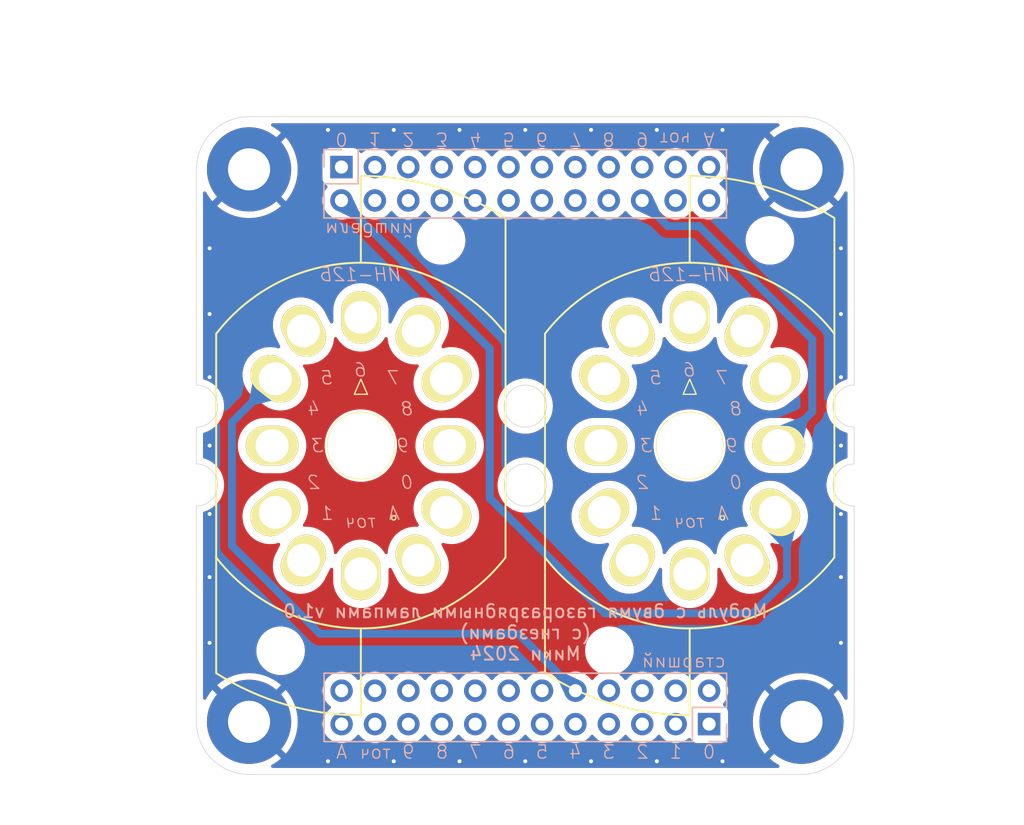
<source format=kicad_pcb>
(kicad_pcb (version 20240108) (generator "pcbnew") (generator_version "8.0")
  (title_block (date "2025-01-01") (rev "1.0") (company "by Miki"))
  (layers (0 "F.Cu" mixed) (1 "In1.Cu" mixed) (2 "In2.Cu" mixed) (3 "In3.Cu" mixed) (4 "In4.Cu" mixed) (31 "B.Cu" mixed) (34 "B.Paste" user) (35 "F.Paste" user) (36 "B.SilkS" user "B.Silkscreen") (37 "F.SilkS" user "F.Silkscreen") (38 "B.Mask" user) (39 "F.Mask" user) (44 "Edge.Cuts" user))
  (net 0 "")
  (net 1 "GND")
  (net 2 "Net-(J1-Pin_10)")
  (net 3 "Net-(J2-Pin_10)")
  (net 6 "Net-(J1-Pin_18)")
  (net 9 "Net-(J1-Pin_20)")
  (net 11 "Net-(J1-Pin_2)")
  (net 12 "Net-(J1-Pin_22)")
  (net 13 "Net-(J1-Pin_12)")
  (net 14 "Net-(J1-Pin_6)")
  (net 15 "Net-(J1-Pin_4)")
  (net 17 "Net-(J1-Pin_14)")
  (net 20 "Net-(J1-Pin_24)")
  (net 22 "Net-(J1-Pin_8)")
  (net 23 "Net-(J1-Pin_16)")
  (net 29 "Net-(J2-Pin_14)")
  (net 30 "Net-(J2-Pin_6)")
  (net 31 "Net-(J2-Pin_18)")
  (net 34 "Net-(J2-Pin_4)")
  (net 36 "Net-(J2-Pin_20)")
  (net 38 "Net-(J2-Pin_8)")
  (net 39 "Net-(J2-Pin_16)")
  (net 40 "Net-(J2-Pin_12)")
  (net 45 "Net-(J2-Pin_22)")
  (net 46 "Net-(J2-Pin_24)")
  (net 48 "Net-(J2-Pin_2)")
  (footprint "MountingHole:MountingHole_3.2mm_M3_Pad" (layer "F.Cu") (at 54 96)
    (property "Reference" "H2" (hide yes))
    (property "Value" "MountingHole_Pad" (hide yes))
    (pad "1" thru_hole circle (at 0 0) (size 6.4 6.4) (drill 3.2) (layers "*.Cu" "*.Mask") (net 1 "GND"))
  )
  (footprint "" (layer "F.Cu") (at 62.5 75)
    (property "Reference" "" (at 0 0 0) (layer "F.SilkS") (effects (font (size 1.27 1.27))))
    (property "Value" "")
    (pad "" np_thru_hole circle (at 0 0) (size 4.99872 4.99872) (drill 4.99872) (layers "*.Cu" "*.Mask"))
  )
  (footprint "MountingHole:MountingHole_3.2mm_M3_Pad" (layer "F.Cu") (at 96 54)
    (property "Reference" "H4" (hide yes))
    (property "Value" "MountingHole_Pad" (hide yes))
    (pad "1" thru_hole circle (at 0 0) (size 6.4 6.4) (drill 3.2) (layers "*.Cu" "*.Mask") (net 1 "GND"))
  )
  (footprint "" (layer "F.Cu") (at 87.5 75)
    (property "Reference" "" (at 0 0 0) (layer "F.SilkS") (effects (font (size 1.27 1.27))))
    (property "Value" "")
    (pad "" np_thru_hole circle (at 0 0) (size 4.99872 4.99872) (drill 4.99872) (layers "*.Cu" "*.Mask"))
  )
  (footprint "nixie_driver_dren:IN_12B_Socket" (layer "F.Cu") (at 62.5 75)
    (property "Reference" "NX2" (hide yes))
    (property "Value" "IN-12BIN-12-DSUB")
    (fp_line (start -11 0) (end -11 -8.5) (stroke (width 0.15)) (layer "F.SilkS"))
    (fp_line (start -11 0) (end -11 8.5) (stroke (width 0.15)) (layer "F.SilkS"))
    (fp_line (start -11 17.3) (end -11 8.5) (stroke (width 0.15)) (layer "F.SilkS"))
    (fp_line (start 0 -20.5) (end 0 -14) (stroke (width 0.15)) (layer "F.SilkS"))
    (fp_line (start 0 20.5) (end 0 14) (stroke (width 0.15)) (layer "F.SilkS"))
    (fp_line (start 11 -17.3) (end 11 -8.5) (stroke (width 0.15)) (layer "F.SilkS"))
    (fp_line (start 11 0) (end 11 -8.5) (stroke (width 0.15)) (layer "F.SilkS"))
    (fp_line (start 11 0) (end 11 8.5) (stroke (width 0.15)) (layer "F.SilkS"))
    (fp_arc (start -11 -8.5) (mid 0.010734 -13.901435) (end 11.013113 -8.483003) (stroke (width 0.15)) (layer "F.SilkS"))
    (fp_arc (start 0 -20.5) (mid 5.684951 -19.695973) (end 10.923964 -17.34696) (stroke (width 0.15)) (layer "F.SilkS"))
    (fp_arc (start 0 20.5) (mid -5.702136 19.691004) (end -10.954223 17.327868) (stroke (width 0.15)) (layer "F.SilkS"))
    (fp_arc (start 11 8.5) (mid -0.010734 13.901435) (end -11.013113 8.483003) (stroke (width 0.15)) (layer "F.SilkS"))
    (fp_circle (center 0 0) (end 2.5 0) (stroke (width 0.15)) (fill none) (layer "F.SilkS"))
    (pad "" np_thru_hole circle (at -6.1 15.6) (size 3.2 3.2) (drill 3.2) (layers "F&B.Cu" "*.Mask"))
    (pad "" np_thru_hole circle (at 6.1 -15.6) (size 3.2 3.2) (drill 3.2) (layers "F&B.Cu" "*.Mask"))
    (pad "1" thru_hole oval (at 4.36565 8.718 206.6) (size 3 4) (drill 2.5) (layers "*.Cu" "*.Mask" "F.SilkS") (net 46 "Net-(J2-Pin_24)"))
    (pad "2" thru_hole oval (at 6.50109 5.07921 232) (size 3 4) (drill 2.5) (layers "*.Cu" "*.Mask" "F.SilkS") (net 48 "Net-(J2-Pin_2)"))
    (pad "3" thru_hole oval (at 6.75 0 270) (size 3 4) (drill 2.5) (layers "*.Cu" "*.Mask" "F.SilkS") (net 36 "Net-(J2-Pin_20)"))
    (pad "4" thru_hole oval (at 6.50109 -5.07921 308) (size 3 4) (drill 2.5) (layers "*.Cu" "*.Mask" "F.SilkS") (net 31 "Net-(J2-Pin_18)"))
    (pad "5" thru_hole oval (at 4.36565 -8.718 333.4) (size 3 4) (drill 2.5) (layers "*.Cu" "*.Mask" "F.SilkS") (net 39 "Net-(J2-Pin_16)"))
    (pad "6" thru_hole oval (at 0 -9.75 180) (size 3 4) (drill 2.5) (layers "*.Cu" "*.Mask" "F.SilkS") (net 29 "Net-(J2-Pin_14)"))
    (pad "7" thru_hole oval (at -4.36565 -8.718 26.6) (size 3 4) (drill 2.5) (layers "*.Cu" "*.Mask" "F.SilkS") (net 40 "Net-(J2-Pin_12)"))
    (pad "8" thru_hole oval (at -6.50109 -5.07921 52) (size 3 4) (drill 2.5) (layers "*.Cu" "*.Mask" "F.SilkS") (net 3 "Net-(J2-Pin_10)"))
    (pad "9" thru_hole oval (at -6.75 0 90) (size 3 4) (drill 2.5) (layers "*.Cu" "*.Mask" "F.SilkS") (net 38 "Net-(J2-Pin_8)"))
    (pad "10" thru_hole oval (at -6.50109 5.07921 128) (size 3 4) (drill 2.5) (layers "*.Cu" "*.Mask" "F.SilkS") (net 30 "Net-(J2-Pin_6)"))
    (pad "11" thru_hole oval (at -4.36565 8.718 153.399) (size 3 4) (drill 2.5) (layers "*.Cu" "*.Mask" "F.SilkS") (net 34 "Net-(J2-Pin_4)"))
    (pad "12" thru_hole oval (at 0 9.75 180) (size 3 4) (drill 2.5) (layers "*.Cu" "*.Mask" "F.SilkS") (net 45 "Net-(J2-Pin_22)"))
  )
  (footprint "MountingHole:MountingHole_3.2mm_M3_Pad" (layer "F.Cu") (at 54 54)
    (property "Reference" "H1" (hide yes))
    (property "Value" "MountingHole_Pad" (hide yes))
    (pad "1" thru_hole circle (at 0 0) (size 6.4 6.4) (drill 3.2) (layers "*.Cu" "*.Mask") (net 1 "GND"))
  )
  (footprint "nixie_driver_dren:IN_12B_Socket" (layer "F.Cu") (at 87.5 75)
    (property "Reference" "NX1" (hide yes))
    (property "Value" "IN-12BIN-12-DSUB")
    (fp_line (start -11 0) (end -11 -8.5) (stroke (width 0.15)) (layer "F.SilkS"))
    (fp_line (start -11 0) (end -11 8.5) (stroke (width 0.15)) (layer "F.SilkS"))
    (fp_line (start -11 17.3) (end -11 8.5) (stroke (width 0.15)) (layer "F.SilkS"))
    (fp_line (start 0 -20.5) (end 0 -14) (stroke (width 0.15)) (layer "F.SilkS"))
    (fp_line (start 0 20.5) (end 0 14) (stroke (width 0.15)) (layer "F.SilkS"))
    (fp_line (start 11 -17.3) (end 11 -8.5) (stroke (width 0.15)) (layer "F.SilkS"))
    (fp_line (start 11 0) (end 11 -8.5) (stroke (width 0.15)) (layer "F.SilkS"))
    (fp_line (start 11 0) (end 11 8.5) (stroke (width 0.15)) (layer "F.SilkS"))
    (fp_arc (start -11 -8.5) (mid 0.010734 -13.901435) (end 11.013113 -8.483003) (stroke (width 0.15)) (layer "F.SilkS"))
    (fp_arc (start 0 -20.5) (mid 5.684951 -19.695973) (end 10.923964 -17.34696) (stroke (width 0.15)) (layer "F.SilkS"))
    (fp_arc (start 0 20.5) (mid -5.702136 19.691004) (end -10.954223 17.327868) (stroke (width 0.15)) (layer "F.SilkS"))
    (fp_arc (start 11 8.5) (mid -0.010734 13.901435) (end -11.013113 8.483003) (stroke (width 0.15)) (layer "F.SilkS"))
    (fp_circle (center 0 0) (end 2.5 0) (stroke (width 0.15)) (fill none) (layer "F.SilkS"))
    (pad "" np_thru_hole circle (at -6.1 15.6) (size 3.2 3.2) (drill 3.2) (layers "F&B.Cu" "*.Mask"))
    (pad "" np_thru_hole circle (at 6.1 -15.6) (size 3.2 3.2) (drill 3.2) (layers "F&B.Cu" "*.Mask"))
    (pad "1" thru_hole oval (at 4.36565 8.718 206.6) (size 3 4) (drill 2.5) (layers "*.Cu" "*.Mask" "F.SilkS") (net 20 "Net-(J1-Pin_24)"))
    (pad "2" thru_hole oval (at 6.50109 5.07921 232) (size 3 4) (drill 2.5) (layers "*.Cu" "*.Mask" "F.SilkS") (net 11 "Net-(J1-Pin_2)"))
    (pad "3" thru_hole oval (at 6.75 0 270) (size 3 4) (drill 2.5) (layers "*.Cu" "*.Mask" "F.SilkS") (net 9 "Net-(J1-Pin_20)"))
    (pad "4" thru_hole oval (at 6.50109 -5.07921 308) (size 3 4) (drill 2.5) (layers "*.Cu" "*.Mask" "F.SilkS") (net 6 "Net-(J1-Pin_18)"))
    (pad "5" thru_hole oval (at 4.36565 -8.718 333.4) (size 3 4) (drill 2.5) (layers "*.Cu" "*.Mask" "F.SilkS") (net 23 "Net-(J1-Pin_16)"))
    (pad "6" thru_hole oval (at 0 -9.75 180) (size 3 4) (drill 2.5) (layers "*.Cu" "*.Mask" "F.SilkS") (net 17 "Net-(J1-Pin_14)"))
    (pad "7" thru_hole oval (at -4.36565 -8.718 26.6) (size 3 4) (drill 2.5) (layers "*.Cu" "*.Mask" "F.SilkS") (net 13 "Net-(J1-Pin_12)"))
    (pad "8" thru_hole oval (at -6.50109 -5.07921 52) (size 3 4) (drill 2.5) (layers "*.Cu" "*.Mask" "F.SilkS") (net 2 "Net-(J1-Pin_10)"))
    (pad "9" thru_hole oval (at -6.75 0 90) (size 3 4) (drill 2.5) (layers "*.Cu" "*.Mask" "F.SilkS") (net 22 "Net-(J1-Pin_8)"))
    (pad "10" thru_hole oval (at -6.50109 5.07921 128) (size 3 4) (drill 2.5) (layers "*.Cu" "*.Mask" "F.SilkS") (net 14 "Net-(J1-Pin_6)"))
    (pad "11" thru_hole oval (at -4.36565 8.718 153.399) (size 3 4) (drill 2.5) (layers "*.Cu" "*.Mask" "F.SilkS") (net 15 "Net-(J1-Pin_4)"))
    (pad "12" thru_hole oval (at 0 9.75 180) (size 3 4) (drill 2.5) (layers "*.Cu" "*.Mask" "F.SilkS") (net 12 "Net-(J1-Pin_22)"))
  )
  (footprint "MountingHole:MountingHole_3.2mm_M3_Pad" (layer "F.Cu") (at 96 96)
    (property "Reference" "H3" (hide yes))
    (property "Value" "MountingHole_Pad" (hide yes))
    (pad "1" thru_hole circle (at 0 0) (size 6.4 6.4) (drill 3.2) (layers "*.Cu" "*.Mask") (net 1 "GND"))
  )
  (footprint "Connector_PinHeader_2.54mm:PinHeader_2x12_P2.54mm_Vertical" (layer "B.Cu") (at 88.975 96.175 90)
    (property "Reference" "J2" (hide yes))
    (property "Value" "TubeB")
    (fp_line (start 3.87 -29.27) (end -1.33 -29.27) (stroke (width 0.12)) (layer "B.SilkS"))
    (fp_line (start 3.87 -29.27) (end 3.87 1.33) (stroke (width 0.12)) (layer "B.SilkS"))
    (fp_line (start -1.33 -29.27) (end -1.33 -1.27) (stroke (width 0.12)) (layer "B.SilkS"))
    (fp_line (start 1.27 -1.27) (end -1.33 -1.27) (stroke (width 0.12)) (layer "B.SilkS"))
    (fp_line (start 3.87 1.33) (end 1.27 1.33) (stroke (width 0.12)) (layer "B.SilkS"))
    (fp_line (start 1.27 1.33) (end 1.27 -1.27) (stroke (width 0.12)) (layer "B.SilkS"))
    (fp_line (start 0 1.33) (end -1.33 1.33) (stroke (width 0.12)) (layer "B.SilkS"))
    (fp_line (start -1.33 1.33) (end -1.33 0) (stroke (width 0.12)) (layer "B.SilkS"))
    (pad "1" thru_hole rect (at 0 0 90) (size 1.7 1.7) (drill 1) (layers "*.Cu" "*.Mask"))
    (pad "2" thru_hole oval (at 2.54 0 90) (size 1.7 1.7) (drill 1) (layers "*.Cu" "*.Mask") (net 48 "Net-(J2-Pin_2)"))
    (pad "3" thru_hole oval (at 0 -2.54 90) (size 1.7 1.7) (drill 1) (layers "*.Cu" "*.Mask"))
    (pad "4" thru_hole oval (at 2.54 -2.54 90) (size 1.7 1.7) (drill 1) (layers "*.Cu" "*.Mask") (net 34 "Net-(J2-Pin_4)"))
    (pad "5" thru_hole oval (at 0 -5.08 90) (size 1.7 1.7) (drill 1) (layers "*.Cu" "*.Mask"))
    (pad "6" thru_hole oval (at 2.54 -5.08 90) (size 1.7 1.7) (drill 1) (layers "*.Cu" "*.Mask") (net 30 "Net-(J2-Pin_6)"))
    (pad "7" thru_hole oval (at 0 -7.62 90) (size 1.7 1.7) (drill 1) (layers "*.Cu" "*.Mask"))
    (pad "8" thru_hole oval (at 2.54 -7.62 90) (size 1.7 1.7) (drill 1) (layers "*.Cu" "*.Mask") (net 38 "Net-(J2-Pin_8)"))
    (pad "9" thru_hole oval (at 0 -10.16 90) (size 1.7 1.7) (drill 1) (layers "*.Cu" "*.Mask"))
    (pad "10" thru_hole oval (at 2.54 -10.16 90) (size 1.7 1.7) (drill 1) (layers "*.Cu" "*.Mask") (net 3 "Net-(J2-Pin_10)"))
    (pad "11" thru_hole oval (at 0 -12.7 90) (size 1.7 1.7) (drill 1) (layers "*.Cu" "*.Mask"))
    (pad "12" thru_hole oval (at 2.54 -12.7 90) (size 1.7 1.7) (drill 1) (layers "*.Cu" "*.Mask") (net 40 "Net-(J2-Pin_12)"))
    (pad "13" thru_hole oval (at 0 -15.24 90) (size 1.7 1.7) (drill 1) (layers "*.Cu" "*.Mask"))
    (pad "14" thru_hole oval (at 2.54 -15.24 90) (size 1.7 1.7) (drill 1) (layers "*.Cu" "*.Mask") (net 29 "Net-(J2-Pin_14)"))
    (pad "15" thru_hole oval (at 0 -17.78 90) (size 1.7 1.7) (drill 1) (layers "*.Cu" "*.Mask"))
    (pad "16" thru_hole oval (at 2.54 -17.78 90) (size 1.7 1.7) (drill 1) (layers "*.Cu" "*.Mask") (net 39 "Net-(J2-Pin_16)"))
    (pad "17" thru_hole oval (at 0 -20.32 90) (size 1.7 1.7) (drill 1) (layers "*.Cu" "*.Mask"))
    (pad "18" thru_hole oval (at 2.54 -20.32 90) (size 1.7 1.7) (drill 1) (layers "*.Cu" "*.Mask") (net 31 "Net-(J2-Pin_18)"))
    (pad "19" thru_hole oval (at 0 -22.86 90) (size 1.7 1.7) (drill 1) (layers "*.Cu" "*.Mask"))
    (pad "20" thru_hole oval (at 2.54 -22.86 90) (size 1.7 1.7) (drill 1) (layers "*.Cu" "*.Mask") (net 36 "Net-(J2-Pin_20)"))
    (pad "21" thru_hole oval (at 0 -25.4 90) (size 1.7 1.7) (drill 1) (layers "*.Cu" "*.Mask"))
    (pad "22" thru_hole oval (at 2.54 -25.4 90) (size 1.7 1.7) (drill 1) (layers "*.Cu" "*.Mask") (net 45 "Net-(J2-Pin_22)"))
    (pad "23" thru_hole oval (at 0 -27.94 90) (size 1.7 1.7) (drill 1) (layers "*.Cu" "*.Mask"))
    (pad "24" thru_hole oval (at 2.54 -27.94 90) (size 1.7 1.7) (drill 1) (layers "*.Cu" "*.Mask") (net 46 "Net-(J2-Pin_24)"))
  )
  (footprint "Connector_PinHeader_2.54mm:PinHeader_2x12_P2.54mm_Vertical" (layer "B.Cu") (at 61.025 53.825 -90)
    (property "Reference" "J1" (hide yes))
    (property "Value" "TubeA")
    (fp_line (start -1.33 1.33) (end -1.33 0) (stroke (width 0.12)) (layer "B.SilkS"))
    (fp_line (start 0 1.33) (end -1.33 1.33) (stroke (width 0.12)) (layer "B.SilkS"))
    (fp_line (start 1.27 1.33) (end 1.27 -1.27) (stroke (width 0.12)) (layer "B.SilkS"))
    (fp_line (start 3.87 1.33) (end 1.27 1.33) (stroke (width 0.12)) (layer "B.SilkS"))
    (fp_line (start 1.27 -1.27) (end -1.33 -1.27) (stroke (width 0.12)) (layer "B.SilkS"))
    (fp_line (start -1.33 -29.27) (end -1.33 -1.27) (stroke (width 0.12)) (layer "B.SilkS"))
    (fp_line (start 3.87 -29.27) (end 3.87 1.33) (stroke (width 0.12)) (layer "B.SilkS"))
    (fp_line (start 3.87 -29.27) (end -1.33 -29.27) (stroke (width 0.12)) (layer "B.SilkS"))
    (pad "1" thru_hole rect (at 0 0 270) (size 1.7 1.7) (drill 1) (layers "*.Cu" "*.Mask"))
    (pad "2" thru_hole oval (at 2.54 0 270) (size 1.7 1.7) (drill 1) (layers "*.Cu" "*.Mask") (net 11 "Net-(J1-Pin_2)"))
    (pad "3" thru_hole oval (at 0 -2.54 270) (size 1.7 1.7) (drill 1) (layers "*.Cu" "*.Mask"))
    (pad "4" thru_hole oval (at 2.54 -2.54 270) (size 1.7 1.7) (drill 1) (layers "*.Cu" "*.Mask") (net 15 "Net-(J1-Pin_4)"))
    (pad "5" thru_hole oval (at 0 -5.08 270) (size 1.7 1.7) (drill 1) (layers "*.Cu" "*.Mask"))
    (pad "6" thru_hole oval (at 2.54 -5.08 270) (size 1.7 1.7) (drill 1) (layers "*.Cu" "*.Mask") (net 14 "Net-(J1-Pin_6)"))
    (pad "7" thru_hole oval (at 0 -7.62 270) (size 1.7 1.7) (drill 1) (layers "*.Cu" "*.Mask"))
    (pad "8" thru_hole oval (at 2.54 -7.62 270) (size 1.7 1.7) (drill 1) (layers "*.Cu" "*.Mask") (net 22 "Net-(J1-Pin_8)"))
    (pad "9" thru_hole oval (at 0 -10.16 270) (size 1.7 1.7) (drill 1) (layers "*.Cu" "*.Mask"))
    (pad "10" thru_hole oval (at 2.54 -10.16 270) (size 1.7 1.7) (drill 1) (layers "*.Cu" "*.Mask") (net 2 "Net-(J1-Pin_10)"))
    (pad "11" thru_hole oval (at 0 -12.7 270) (size 1.7 1.7) (drill 1) (layers "*.Cu" "*.Mask"))
    (pad "12" thru_hole oval (at 2.54 -12.7 270) (size 1.7 1.7) (drill 1) (layers "*.Cu" "*.Mask") (net 13 "Net-(J1-Pin_12)"))
    (pad "13" thru_hole oval (at 0 -15.24 270) (size 1.7 1.7) (drill 1) (layers "*.Cu" "*.Mask"))
    (pad "14" thru_hole oval (at 2.54 -15.24 270) (size 1.7 1.7) (drill 1) (layers "*.Cu" "*.Mask") (net 17 "Net-(J1-Pin_14)"))
    (pad "15" thru_hole oval (at 0 -17.78 270) (size 1.7 1.7) (drill 1) (layers "*.Cu" "*.Mask"))
    (pad "16" thru_hole oval (at 2.54 -17.78 270) (size 1.7 1.7) (drill 1) (layers "*.Cu" "*.Mask") (net 23 "Net-(J1-Pin_16)"))
    (pad "17" thru_hole oval (at 0 -20.32 270) (size 1.7 1.7) (drill 1) (layers "*.Cu" "*.Mask"))
    (pad "18" thru_hole oval (at 2.54 -20.32 270) (size 1.7 1.7) (drill 1) (layers "*.Cu" "*.Mask") (net 6 "Net-(J1-Pin_18)"))
    (pad "19" thru_hole oval (at 0 -22.86 270) (size 1.7 1.7) (drill 1) (layers "*.Cu" "*.Mask"))
    (pad "20" thru_hole oval (at 2.54 -22.86 270) (size 1.7 1.7) (drill 1) (layers "*.Cu" "*.Mask") (net 9 "Net-(J1-Pin_20)"))
    (pad "21" thru_hole oval (at 0 -25.4 270) (size 1.7 1.7) (drill 1) (layers "*.Cu" "*.Mask"))
    (pad "22" thru_hole oval (at 2.54 -25.4 270) (size 1.7 1.7) (drill 1) (layers "*.Cu" "*.Mask") (net 12 "Net-(J1-Pin_22)"))
    (pad "23" thru_hole oval (at 0 -27.94 270) (size 1.7 1.7) (drill 1) (layers "*.Cu" "*.Mask"))
    (pad "24" thru_hole oval (at 2.54 -27.94 270) (size 1.7 1.7) (drill 1) (layers "*.Cu" "*.Mask") (net 20 "Net-(J1-Pin_24)"))
  )
  (gr_circle (center 65 80.5) (end 65.05 80.65) (stroke (width 0.1)) (fill none) (layer "F.SilkS"))
  (gr_poly (pts (xy 62 71.1) (xy 62.5 69.95) (xy 63 71.1)) (stroke (width 0.1)) (fill none) (layer "F.SilkS"))
  (gr_poly (pts (xy 87 71.1) (xy 87.5 69.95) (xy 88 71.1)) (stroke (width 0.1)) (fill none) (layer "F.SilkS"))
  (gr_circle (center 89.991887 80.5) (end 90.041887 80.65) (stroke (width 0.1)) (fill none) (layer "F.SilkS"))
  (gr_circle (center 92.5 84.3) (end 92.6 84.45) (stroke (width 0.1)) (fill none) (layer "F.SilkS"))
  (gr_circle (center 67.5 84.3) (end 67.6 84.45) (stroke (width 0.1)) (fill none) (layer "F.SilkS"))
  (gr_line (start 50 73.6) (end 50 76.4) (stroke (width 0.05)) (layer "Edge.Cuts"))
  (gr_circle (center 75 78) (end 76.6 78) (stroke (width 0.05)) (fill none) (layer "Edge.Cuts"))
  (gr_arc (start 50 54) (mid 51.171573 51.171573) (end 54 50) (stroke (width 0.05)) (layer "Edge.Cuts"))
  (gr_line (start 100 70.4) (end 100 54) (stroke (width 0.05)) (layer "Edge.Cuts"))
  (gr_arc (start 96 50) (mid 98.828427 51.171573) (end 100 54) (stroke (width 0.05)) (layer "Edge.Cuts"))
  (gr_arc (start 54 100) (mid 51.171573 98.828427) (end 50 96) (stroke (width 0.05)) (layer "Edge.Cuts"))
  (gr_arc (start 100 96) (mid 98.828427 98.828427) (end 96 100) (stroke (width 0.05)) (layer "Edge.Cuts"))
  (gr_circle (center 75 72) (end 76.6 72) (stroke (width 0.05)) (fill none) (layer "Edge.Cuts"))
  (gr_arc (start 50 76.4) (mid 51.6 78) (end 50 79.6) (stroke (width 0.05)) (layer "Edge.Cuts"))
  (gr_line (start 50 79.6) (end 50 96) (stroke (width 0.05)) (layer "Edge.Cuts"))
  (gr_arc (start 100 73.6) (mid 98.4 72) (end 100 70.4) (stroke (width 0.05)) (layer "Edge.Cuts"))
  (gr_line (start 50 54) (end 50 70.4) (stroke (width 0.05)) (layer "Edge.Cuts"))
  (gr_line (start 54 50) (end 96 50) (stroke (width 0.05)) (layer "Edge.Cuts"))
  (gr_arc (start 50 70.4) (mid 51.6 72) (end 50 73.6) (stroke (width 0.05)) (layer "Edge.Cuts"))
  (gr_arc (start 100 79.6) (mid 98.4 78) (end 100 76.4) (stroke (width 0.05)) (layer "Edge.Cuts"))
  (gr_line (start 100 96) (end 100 79.6) (stroke (width 0.05)) (layer "Edge.Cuts"))
  (gr_line (start 100 76.4) (end 100 73.6) (stroke (width 0.05)) (layer "Edge.Cuts"))
  (gr_line (start 96 100) (end 54 100) (stroke (width 0.05)) (layer "Edge.Cuts"))
  (gr_text "3" (at 84.25 75 0) (layer "B.SilkS") (effects (font (size 1 1) (thickness 0.1) (italic yes)) (justify mirror)))
  (gr_text "8" (at 66.050293 72.199293 0) (layer "B.SilkS") (effects (font (size 1 1) (thickness 0.1) (italic yes)) (justify mirror)))
  (gr_text "0" (at 88.975 98.3 0) (layer "B.SilkS") (effects (font (size 1 1) (thickness 0.1)) (justify mirror)))
  (gr_text "2" (at 66.105 51.7 180) (layer "B.SilkS") (effects (font (size 1 1) (thickness 0.1)) (justify mirror)))
  (gr_text "А" (at 90.05 80.15 0) (layer "B.SilkS") (effects (font (size 1 1) (thickness 0.1) (italic yes)) (justify mirror)))
  (gr_text "5" (at 59.950293 69.849293 0) (layer "B.SilkS") (effects (font (size 1 1) (thickness 0.1) (italic yes)) (justify mirror)))
  (gr_text "4" (at 71.205 51.7 180) (layer "B.SilkS") (effects (font (size 1 1) (thickness 0.1)) (justify mirror)))
  (gr_text "8" (at 81.33 51.7 180) (layer "B.SilkS") (effects (font (size 1 1) (thickness 0.1)) (justify mirror)))
  (gr_text "2" (at 83.9 98.3 0) (layer "B.SilkS") (effects (font (size 1 1) (thickness 0.1)) (justify mirror)))
  (gr_text "1" (at 86.435 98.3 0) (layer "B.SilkS") (effects (font (size 1 1) (thickness 0.1)) (justify mirror)))
  (gr_text "7" (at 65.050293 69.849293 0) (layer "B.SilkS") (effects (font (size 1 1) (thickness 0.1) (italic yes)) (justify mirror)))
  (gr_text "Модуль с двумя газоразрядными лампами v1.0\n(с гнездами)\nМики 2024" (at 75 91.4 0) (layer "B.SilkS") (effects (font (size 1 1)) (justify bottom mirror)))
  (gr_text "5" (at 76.265 98.3 0) (layer "B.SilkS") (effects (font (size 1 1) (thickness 0.1)) (justify mirror)))
  (gr_text "5" (at 84.95 69.85 0) (layer "B.SilkS") (effects (font (size 1 1) (thickness 0.1) (italic yes)) (justify mirror)))
  (gr_text "8" (at 68.675 98.3 0) (layer "B.SilkS") (effects (font (size 1 1) (thickness 0.1)) (justify mirror)))
  (gr_text "1" (at 59.950293 80.149293 0) (layer "B.SilkS") (effects (font (size 1 1) (thickness 0.1) (italic yes)) (justify mirror)))
  (gr_text "4" (at 78.8 98.3 0) (layer "B.SilkS") (effects (font (size 1 1) (thickness 0.1)) (justify mirror)))
  (gr_text "3" (at 81.34 98.3 0) (layer "B.SilkS") (effects (font (size 1 1) (thickness 0.1)) (justify mirror)))
  (gr_text "младший" (at 59.7 58 180) (layer "B.SilkS") (effects (font (size 1 1) (thickness 0.1)) (justify left bottom mirror)))
  (gr_text "ИН-12Б" (at 87.500707 62 0) (layer "B.SilkS") (effects (font (size 1 1) (thickness 0.1) (italic yes)) (justify mirror)))
  (gr_text "точ" (at 87.5 80.747313 0) (layer "B.SilkS") (effects (font (size 1 1) (thickness 0.1) (italic yes)) (justify mirror)))
  (gr_text "A" (at 61.04 98.3 0) (layer "B.SilkS") (effects (font (size 1 1) (thickness 0.1)) (justify mirror)))
  (gr_text "6" (at 87.5 69.252687 0) (layer "B.SilkS") (effects (font (size 1 1) (thickness 0.1) (italic yes)) (justify mirror)))
  (gr_text "9" (at 65.750586 75 0) (layer "B.SilkS") (effects (font (size 1 1) (thickness 0.1) (italic yes)) (justify mirror)))
  (gr_text "6" (at 62.500293 69.25198 0) (layer "B.SilkS") (effects (font (size 1 1) (thickness 0.1) (italic yes)) (justify mirror)))
  (gr_text "1" (at 63.57 51.7 180) (layer "B.SilkS") (effects (font (size 1 1) (thickness 0.1)) (justify mirror)))
  (gr_text "2" (at 83.95 77.8 0) (layer "B.SilkS") (effects (font (size 1 1) (thickness 0.1) (italic yes)) (justify mirror)))
  (gr_text "6" (at 76.255 51.7 180) (layer "B.SilkS") (effects (font (size 1 1) (thickness 0.1)) (justify mirror)))
  (gr_text "0" (at 66.050293 77.799293 0) (layer "B.SilkS") (effects (font (size 1 1) (thickness 0.1) (italic yes)) (justify mirror)))
  (gr_text "7" (at 71.21 98.3 0) (layer "B.SilkS") (effects (font (size 1 1) (thickness 0.1)) (justify mirror)))
  (gr_text "0" (at 91.05 77.8 0) (layer "B.SilkS") (effects (font (size 1 1) (thickness 0.1) (italic yes)) (justify mirror)))
  (gr_text "точ" (at 63.575 98.3 0) (layer "B.SilkS") (effects (font (size 1 1) (thickness 0.1)) (justify mirror)))
  (gr_text "9" (at 66.115 98.3 0) (layer "B.SilkS") (effects (font (size 1 1) (thickness 0.1)) (justify mirror)))
  (gr_text "8" (at 91.05 72.2 0) (layer "B.SilkS") (effects (font (size 1 1) (thickness 0.1) (italic yes)) (justify mirror)))
  (gr_text "1" (at 84.95 80.15 0) (layer "B.SilkS") (effects (font (size 1 1) (thickness 0.1) (italic yes)) (justify mirror)))
  (gr_text "А" (at 65.050293 80.149293 0) (layer "B.SilkS") (effects (font (size 1 1) (thickness 0.1) (italic yes)) (justify mirror)))
  (gr_text "точ" (at 86.43 51.7 180) (layer "B.SilkS") (effects (font (size 1 1) (thickness 0.1)) (justify mirror)))
  (gr_text "2" (at 58.950293 77.799293 0) (layer "B.SilkS") (effects (font (size 1 1) (thickness 0.1) (italic yes)) (justify mirror)))
  (gr_text "старший" (at 90.3 91.95 0) (layer "B.SilkS") (effects (font (size 1 1) (thickness 0.1)) (justify left bottom mirror)))
  (gr_text "0" (at 61.03 51.7 180) (layer "B.SilkS") (effects (font (size 1 1) (thickness 0.1)) (justify mirror)))
  (gr_text "7" (at 78.795 51.7 180) (layer "B.SilkS") (effects (font (size 1 1) (thickness 0.1)) (justify mirror)))
  (gr_text "3" (at 59.25 75 0) (layer "B.SilkS") (effects (font (size 1 1) (thickness 0.1) (italic yes)) (justify mirror)))
  (gr_text "7" (at 90.05 69.85 0) (layer "B.SilkS") (effects (font (size 1 1) (thickness 0.1) (italic yes)) (justify mirror)))
  (gr_text "A" (at 88.965 51.7 180) (layer "B.SilkS") (effects (font (size 1 1) (thickness 0.1)) (justify mirror)))
  (gr_text "5" (at 73.74 51.7 180) (layer "B.SilkS") (effects (font (size 1 1) (thickness 0.1)) (justify mirror)))
  (gr_text "9" (at 83.89 51.7 180) (layer "B.SilkS") (effects (font (size 1 1) (thickness 0.1)) (justify mirror)))
  (gr_text "4" (at 58.950293 72.199293 0) (layer "B.SilkS") (effects (font (size 1 1) (thickness 0.1) (italic yes)) (justify mirror)))
  (gr_text "6" (at 73.75 98.3 0) (layer "B.SilkS") (effects (font (size 1 1) (thickness 0.1)) (justify mirror)))
  (gr_text "ИН-12Б" (at 62.5 62 0) (layer "B.SilkS") (effects (font (size 1 1) (thickness 0.1) (italic yes)) (justify mirror)))
  (gr_text "4" (at 83.95 72.2 0) (layer "B.SilkS") (effects (font (size 1 1) (thickness 0.1) (italic yes)) (justify mirror)))
  (gr_text "точ" (at 62.500293 80.746606 0) (layer "B.SilkS") (effects (font (size 1 1) (thickness 0.1) (italic yes)) (justify mirror)))
  (gr_text "3" (at 68.665 51.7 180) (layer "B.SilkS") (effects (font (size 1 1) (thickness 0.1)) (justify mirror)))
  (gr_text "9" (at 90.75 75 0) (layer "B.SilkS") (effects (font (size 1 1) (thickness 0.1) (italic yes)) (justify mirror)))
  (via (at 51 80.2) (size 0.6) (drill 0.3) (layers "F.Cu" "B.Cu") (net 1))
  (via (at 75 51) (size 0.6) (drill 0.3) (layers "F.Cu" "B.Cu") (net 1))
  (via (at 99 69.8) (size 0.6) (drill 0.3) (layers "F.Cu" "B.Cu") (net 1))
  (via (at 85 51) (size 0.6) (drill 0.3) (layers "F.Cu" "B.Cu") (net 1))
  (via (at 99 75) (size 0.6) (drill 0.3) (layers "F.Cu" "B.Cu") (net 1))
  (via (at 70 51) (size 0.6) (drill 0.3) (layers "F.Cu" "B.Cu") (net 1))
  (via (at 99 80.2) (size 0.6) (drill 0.3) (layers "F.Cu" "B.Cu") (net 1))
  (via (at 65 51) (size 0.6) (drill 0.3) (layers "F.Cu" "B.Cu") (net 1))
  (via (at 80 99) (size 0.6) (drill 0.3) (layers "F.Cu" "B.Cu") (net 1))
  (via (at 80 51) (size 0.6) (drill 0.3) (layers "F.Cu" "B.Cu") (net 1))
  (via (at 51 69.8) (size 0.6) (drill 0.3) (layers "F.Cu" "B.Cu") (net 1))
  (via (at 99 90) (size 0.6) (drill 0.3) (layers "F.Cu" "B.Cu") (net 1))
  (via (at 51 75) (size 0.6) (drill 0.3) (layers "F.Cu" "B.Cu") (net 1))
  (via (at 51 60) (size 0.6) (drill 0.3) (layers "F.Cu" "B.Cu") (net 1))
  (via (at 90 99) (size 0.6) (drill 0.3) (layers "F.Cu" "B.Cu") (net 1))
  (via (at 99 60) (size 0.6) (drill 0.3) (layers "F.Cu" "B.Cu") (net 1))
  (via (at 99 65) (size 0.6) (drill 0.3) (layers "F.Cu" "B.Cu") (net 1))
  (via (at 60 51) (size 0.6) (drill 0.3) (layers "F.Cu" "B.Cu") (net 1))
  (via (at 65 99) (size 0.6) (drill 0.3) (layers "F.Cu" "B.Cu") (net 1))
  (via (at 90 51) (size 0.6) (drill 0.3) (layers "F.Cu" "B.Cu") (net 1))
  (via (at 75 99) (size 0.6) (drill 0.3) (layers "F.Cu" "B.Cu") (net 1))
  (via (at 51 90) (size 0.6) (drill 0.3) (layers "F.Cu" "B.Cu") (net 1))
  (via (at 60 99) (size 0.6) (drill 0.3) (layers "F.Cu" "B.Cu") (net 1))
  (via (at 85 99) (size 0.6) (drill 0.3) (layers "F.Cu" "B.Cu") (net 1))
  (via (at 51 85) (size 0.6) (drill 0.3) (layers "F.Cu" "B.Cu") (net 1))
  (via (at 99 85) (size 0.6) (drill 0.3) (layers "F.Cu" "B.Cu") (net 1))
  (via (at 70 99) (size 0.6) (drill 0.3) (layers "F.Cu" "B.Cu") (net 1))
  (via (at 51 65) (size 0.6) (drill 0.3) (layers "F.Cu" "B.Cu") (net 1))
  (segment (start 52.7 73.2197) (end 52.7 82.618965) (width 0.6) (layer "B.Cu") (net 3))
  (segment (start 55.99891 69.92079) (end 52.7 73.2197) (width 0.6) (layer "B.Cu") (net 3))
  (segment (start 52.7 82.618965) (end 59.381035 89.3) (width 0.6) (layer "B.Cu") (net 3))
  (segment (start 59.381035 89.3) (end 74.48 89.3) (width 0.6) (layer "B.Cu") (net 3))
  (segment (start 74.48 89.3) (end 78.815 93.635) (width 0.6) (layer "B.Cu") (net 3))
  (segment (start 85.835 58.315) (end 88.215 58.315) (width 0.6) (layer "B.Cu") (net 9))
  (segment (start 88.215 58.315) (end 96.816769 66.916769) (width 0.6) (layer "B.Cu") (net 9))
  (segment (start 83.885 56.365) (end 85.835 58.315) (width 0.6) (layer "B.Cu") (net 9))
  (segment (start 96.816769 72.433231) (end 94.25 75) (width 0.6) (layer "B.Cu") (net 9))
  (segment (start 96.816769 66.916769) (end 96.816769 72.433231) (width 0.6) (layer "B.Cu") (net 9))
  (segment (start 61.025 56.365) (end 72.3 67.64) (width 0.6) (layer "B.Cu") (net 11))
  (segment (start 94.896547 85.153453) (end 94.896547 80.974667) (width 0.6) (layer "B.Cu") (net 11))
  (segment (start 72.3 67.64) (end 72.3 79) (width 0.6) (layer "B.Cu") (net 11))
  (segment (start 94.896547 80.974667) (end 94.00109 80.07921) (width 0.6) (layer "B.Cu") (net 11))
  (segment (start 72.3 79) (end 81.05 87.75) (width 0.6) (layer "B.Cu") (net 11))
  (segment (start 81.05 87.75) (end 92.3 87.75) (width 0.6) (layer "B.Cu") (net 11))
  (segment (start 92.3 87.75) (end 94.896547 85.153453) (width 0.6) (layer "B.Cu") (net 11))
  (zone (net 1) (net_name "GND") (layers "F.Cu" "In1.Cu" "In2.Cu" "In3.Cu" "In4.Cu" "B.Cu") (name "GND") (connect_pads (clearance 0.5)) (min_thickness 0.25) (fill yes (thermal_gap 0.5) (thermal_bridge_width 0.5))
    (polygon (pts (xy 49 49) (xy 49 101) (xy 101 101) (xy 101 49)))
  )
)
</source>
